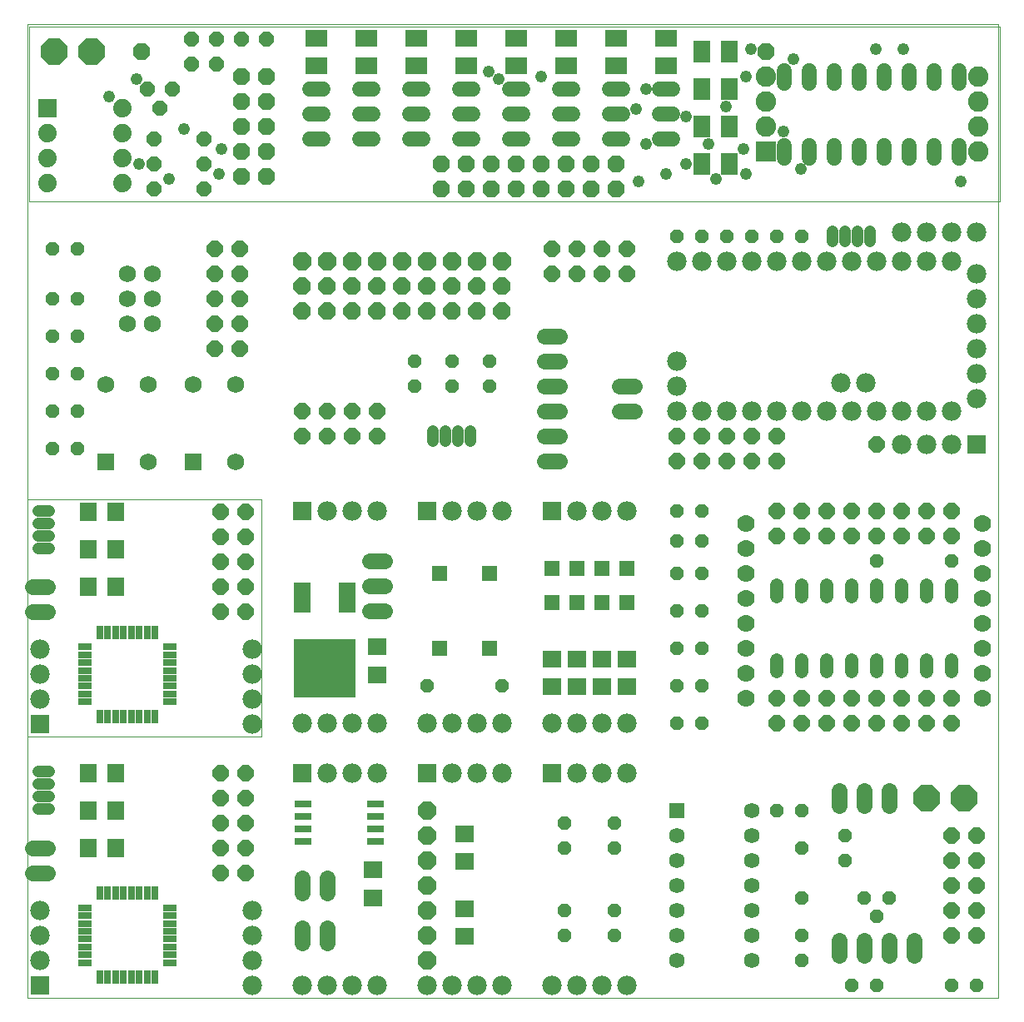
<source format=gts>
G04 This is an RS-274x file exported by *
G04 gerbv version 2.6.1 *
G04 More information is available about gerbv at *
G04 http://gerbv.geda-project.org/ *
G04 --End of header info--*
%MOIN*%
%FSLAX34Y34*%
%IPPOS*%
G04 --Define apertures--*
%ADD10C,0.0000*%
%ADD11R,0.0540X0.0260*%
%ADD12R,0.0260X0.0540*%
%AMMACRO13*
5,1,8,0.000000,0.000000,0.069273,22.500000*
%
%ADD13MACRO13*%
%ADD14C,0.0640*%
%ADD15R,0.0690X0.0690*%
%ADD16C,0.0690*%
%AMMACRO17*
5,1,8,0.000000,0.000000,0.056284,22.500000*
%
%ADD17MACRO17*%
%ADD18R,0.0625X0.0625*%
%ADD19C,0.0625*%
%AMMACRO20*
5,1,8,0.000000,0.000000,0.112569,22.500000*
%
%ADD20MACRO20*%
%ADD21C,0.0780*%
%ADD22R,0.0670X0.0290*%
%ADD23C,0.0680*%
%ADD24R,0.0749X0.0670*%
%AMMACRO25*
5,1,8,0.000000,0.000000,0.080097,22.500000*
%
%ADD25MACRO25*%
%AMMACRO26*
5,1,8,0.000000,0.000000,0.075767,22.500000*
%
%ADD26MACRO26*%
%ADD27C,0.0453*%
%ADD28C,0.0700*%
%ADD29C,0.0520*%
%ADD30R,0.0631X0.0631*%
%ADD31R,0.0670X0.0749*%
%ADD32R,0.0670X0.1221*%
%ADD33R,0.2481X0.2323*%
%ADD34R,0.0750X0.0670*%
%ADD35R,0.0780X0.0780*%
%AMMACRO36*
5,1,8,0.000000,0.000000,0.069273,22.500000*
%
%ADD36MACRO36*%
%ADD37R,0.0740X0.0740*%
%ADD38C,0.0740*%
%AMMACRO39*
5,1,8,0.000000,0.000000,0.064943,22.500000*
%
%ADD39MACRO39*%
%AMMACRO40*
5,1,8,0.000000,0.000000,0.116898,22.500000*
%
%ADD40MACRO40*%
%AMMACRO41*
5,1,8,0.000000,0.000000,0.073603,22.500000*
%
%ADD41MACRO41*%
%ADD42C,0.0820*%
%ADD43R,0.0820X0.0820*%
%ADD44C,0.0600*%
%ADD45R,0.0710X0.0867*%
%ADD46R,0.0867X0.0710*%
%ADD47C,0.0480*%
G04 --Start main section--*
G54D10*
G01X0000535Y0000450D02*
G01X0000535Y0039446D01*
G01X0000535Y0039446D02*
G01X0039405Y0039446D01*
G01X0039405Y0039446D02*
G01X0039405Y0000450D01*
G01X0039405Y0000450D02*
G01X0000535Y0000450D01*
G54D11*
G01X0002845Y0001848D03*
G01X0002845Y0002163D03*
G01X0002845Y0002478D03*
G01X0002845Y0002793D03*
G01X0002845Y0003107D03*
G01X0002845Y0003422D03*
G01X0002845Y0003737D03*
G01X0002845Y0004052D03*
G01X0006225Y0004052D03*
G01X0006225Y0003737D03*
G01X0006225Y0003422D03*
G01X0006225Y0003107D03*
G01X0006225Y0002793D03*
G01X0006225Y0002478D03*
G01X0006225Y0002163D03*
G01X0006225Y0001848D03*
G54D12*
G01X0005637Y0001260D03*
G01X0005322Y0001260D03*
G01X0005008Y0001260D03*
G01X0004693Y0001260D03*
G01X0004378Y0001260D03*
G01X0004063Y0001260D03*
G01X0003748Y0001260D03*
G01X0003433Y0001260D03*
G01X0003433Y0004640D03*
G01X0003748Y0004640D03*
G01X0004063Y0004640D03*
G01X0004378Y0004640D03*
G01X0004693Y0004640D03*
G01X0005008Y0004640D03*
G01X0005322Y0004640D03*
G01X0005637Y0004640D03*
G54D13*
G01X0008285Y0005450D03*
G01X0008285Y0006450D03*
G01X0008285Y0007450D03*
G01X0008285Y0008450D03*
G01X0008285Y0009450D03*
G01X0009285Y0009450D03*
G01X0009285Y0008450D03*
G01X0009285Y0007450D03*
G01X0009285Y0006450D03*
G01X0009285Y0005450D03*
G01X0026535Y0021950D03*
G01X0027535Y0021950D03*
G01X0027535Y0022950D03*
G01X0026535Y0022950D03*
G01X0028535Y0022950D03*
G01X0029535Y0022950D03*
G01X0029535Y0021950D03*
G01X0028535Y0021950D03*
G01X0030535Y0021950D03*
G01X0030535Y0022950D03*
G01X0030535Y0019950D03*
G01X0031535Y0019950D03*
G01X0031535Y0018950D03*
G01X0030535Y0018950D03*
G01X0032535Y0018950D03*
G01X0033535Y0018950D03*
G01X0033535Y0019950D03*
G01X0032535Y0019950D03*
G01X0034535Y0019950D03*
G01X0035535Y0019950D03*
G01X0035535Y0018950D03*
G01X0034535Y0018950D03*
G01X0036535Y0018950D03*
G01X0037535Y0018950D03*
G01X0037535Y0019950D03*
G01X0036535Y0019950D03*
G01X0034535Y0022600D03*
G01X0024535Y0029450D03*
G01X0024535Y0030450D03*
G01X0023535Y0030450D03*
G01X0022535Y0030450D03*
G01X0022535Y0029450D03*
G01X0023535Y0029450D03*
G01X0021535Y0029450D03*
G01X0021535Y0030450D03*
G01X0014535Y0023950D03*
G01X0014535Y0022950D03*
G01X0013535Y0022950D03*
G01X0012535Y0022950D03*
G01X0012535Y0023950D03*
G01X0013535Y0023950D03*
G01X0011535Y0023950D03*
G01X0011535Y0022950D03*
G01X0009035Y0026450D03*
G01X0008035Y0026450D03*
G01X0008035Y0027450D03*
G01X0008035Y0028450D03*
G01X0009035Y0028450D03*
G01X0009035Y0027450D03*
G01X0009035Y0029450D03*
G01X0008035Y0029450D03*
G01X0008035Y0030450D03*
G01X0009035Y0030450D03*
G01X0030535Y0012450D03*
G01X0031535Y0012450D03*
G01X0031535Y0011450D03*
G01X0030535Y0011450D03*
G01X0032535Y0011450D03*
G01X0033535Y0011450D03*
G01X0033535Y0012450D03*
G01X0032535Y0012450D03*
G01X0034535Y0012450D03*
G01X0035535Y0012450D03*
G01X0035535Y0011450D03*
G01X0034535Y0011450D03*
G01X0036535Y0011450D03*
G01X0037535Y0011450D03*
G01X0037535Y0012450D03*
G01X0036535Y0012450D03*
G01X0037535Y0006950D03*
G01X0037535Y0005950D03*
G01X0037535Y0004950D03*
G01X0037535Y0003950D03*
G01X0037535Y0002950D03*
G01X0038535Y0002950D03*
G01X0038535Y0003950D03*
G01X0038535Y0004950D03*
G01X0038535Y0005950D03*
G01X0038535Y0006950D03*
G54D14*
G01X0035035Y0008150D02*
G01X0035035Y0008750D01*
G01X0034035Y0008750D02*
G01X0034035Y0008150D01*
G01X0033035Y0008150D02*
G01X0033035Y0008750D01*
G01X0033035Y0002750D02*
G01X0033035Y0002150D01*
G01X0034035Y0002150D02*
G01X0034035Y0002750D01*
G01X0035035Y0002750D02*
G01X0035035Y0002150D01*
G01X0036035Y0002150D02*
G01X0036035Y0002750D01*
G01X0021835Y0021950D02*
G01X0021235Y0021950D01*
G01X0021235Y0022950D02*
G01X0021835Y0022950D01*
G01X0021835Y0023950D02*
G01X0021235Y0023950D01*
G01X0021235Y0024950D02*
G01X0021835Y0024950D01*
G01X0021835Y0025950D02*
G01X0021235Y0025950D01*
G01X0021235Y0026950D02*
G01X0021835Y0026950D01*
G01X0024235Y0024950D02*
G01X0024835Y0024950D01*
G01X0024835Y0023950D02*
G01X0024235Y0023950D01*
G01X0014835Y0017950D02*
G01X0014235Y0017950D01*
G01X0014235Y0016950D02*
G01X0014835Y0016950D01*
G01X0014835Y0015950D02*
G01X0014235Y0015950D01*
G01X0012535Y0005250D02*
G01X0012535Y0004650D01*
G01X0011535Y0004650D02*
G01X0011535Y0005250D01*
G01X0011535Y0003250D02*
G01X0011535Y0002650D01*
G01X0012535Y0002650D02*
G01X0012535Y0003250D01*
G01X0001335Y0005450D02*
G01X0000735Y0005450D01*
G01X0000735Y0006450D02*
G01X0001335Y0006450D01*
G54D15*
G01X0003685Y0021900D03*
G01X0007185Y0021900D03*
G54D16*
G01X0005385Y0021900D03*
G01X0005385Y0025000D03*
G01X0003685Y0025000D03*
G01X0007185Y0025000D03*
G01X0008885Y0025000D03*
G01X0008885Y0021900D03*
G54D17*
G01X0002535Y0022450D03*
G01X0001535Y0022450D03*
G01X0001535Y0023950D03*
G01X0002535Y0023950D03*
G01X0002535Y0025450D03*
G01X0001535Y0025450D03*
G01X0001535Y0026950D03*
G01X0002535Y0026950D03*
G01X0002535Y0028450D03*
G01X0001535Y0028450D03*
G01X0001535Y0030450D03*
G01X0002535Y0030450D03*
G01X0016035Y0025950D03*
G01X0016035Y0024950D03*
G01X0017535Y0024950D03*
G01X0017535Y0025950D03*
G01X0019035Y0025950D03*
G01X0019035Y0024950D03*
G01X0026535Y0019950D03*
G01X0027535Y0019950D03*
G01X0027535Y0018750D03*
G01X0026535Y0018750D03*
G01X0026535Y0017450D03*
G01X0027535Y0017450D03*
G01X0027535Y0015950D03*
G01X0026535Y0015950D03*
G01X0026535Y0014450D03*
G01X0027535Y0014450D03*
G01X0027535Y0012950D03*
G01X0026535Y0012950D03*
G01X0026535Y0011450D03*
G01X0027535Y0011450D03*
G01X0030535Y0007950D03*
G01X0031535Y0007950D03*
G01X0031535Y0006450D03*
G01X0033285Y0005950D03*
G01X0033285Y0006950D03*
G01X0034035Y0004450D03*
G01X0034535Y0003700D03*
G01X0035035Y0004450D03*
G01X0031535Y0004450D03*
G01X0031535Y0002950D03*
G01X0031535Y0001950D03*
G01X0033535Y0000950D03*
G01X0034535Y0000950D03*
G01X0037535Y0000950D03*
G01X0038535Y0000950D03*
G01X0024035Y0002950D03*
G01X0024035Y0003950D03*
G01X0022035Y0003950D03*
G01X0022035Y0002950D03*
G01X0022035Y0006450D03*
G01X0022035Y0007450D03*
G01X0024035Y0007450D03*
G01X0024035Y0006450D03*
G01X0019535Y0012950D03*
G01X0016535Y0012950D03*
G01X0034535Y0017950D03*
G01X0037535Y0017950D03*
G01X0031535Y0030950D03*
G01X0030535Y0030950D03*
G01X0029535Y0030950D03*
G01X0028535Y0030950D03*
G01X0027535Y0030950D03*
G01X0026535Y0030950D03*
G54D18*
G01X0026535Y0007950D03*
G54D19*
G01X0026535Y0006950D03*
G01X0026535Y0005950D03*
G01X0026535Y0004950D03*
G01X0026535Y0003950D03*
G01X0026535Y0002950D03*
G01X0026535Y0001950D03*
G01X0029535Y0001950D03*
G01X0029535Y0002950D03*
G01X0029535Y0003950D03*
G01X0029535Y0004950D03*
G01X0029535Y0005950D03*
G01X0029535Y0006950D03*
G01X0029535Y0007950D03*
G54D20*
G01X0036535Y0008450D03*
G01X0038035Y0008450D03*
G54D21*
G01X0024535Y0009450D03*
G01X0023535Y0009450D03*
G01X0022535Y0009450D03*
G01X0022535Y0011450D03*
G01X0023535Y0011450D03*
G01X0024535Y0011450D03*
G01X0021535Y0011450D03*
G01X0019535Y0011450D03*
G01X0018535Y0011450D03*
G01X0017535Y0011450D03*
G01X0016535Y0011450D03*
G01X0014535Y0011450D03*
G01X0013535Y0011450D03*
G01X0012535Y0011450D03*
G01X0011535Y0011450D03*
G01X0012535Y0009450D03*
G01X0013535Y0009450D03*
G01X0014535Y0009450D03*
G01X0017535Y0009450D03*
G01X0018535Y0009450D03*
G01X0019535Y0009450D03*
G01X0019535Y0000950D03*
G01X0018535Y0000950D03*
G01X0017535Y0000950D03*
G01X0016535Y0000950D03*
G01X0014535Y0000950D03*
G01X0013535Y0000950D03*
G01X0012535Y0000950D03*
G01X0011535Y0000950D03*
G01X0009535Y0000950D03*
G01X0009535Y0001950D03*
G01X0009535Y0002950D03*
G01X0009535Y0003950D03*
G01X0001035Y0003950D03*
G01X0001035Y0002950D03*
G01X0001035Y0001950D03*
G01X0012535Y0019950D03*
G01X0013535Y0019950D03*
G01X0014535Y0019950D03*
G01X0017535Y0019950D03*
G01X0018535Y0019950D03*
G01X0019535Y0019950D03*
G01X0022535Y0019950D03*
G01X0023535Y0019950D03*
G01X0024535Y0019950D03*
G01X0026535Y0023950D03*
G01X0027535Y0023950D03*
G01X0028535Y0023950D03*
G01X0029535Y0023950D03*
G01X0030535Y0023950D03*
G01X0031535Y0023950D03*
G01X0032535Y0023950D03*
G01X0033535Y0023950D03*
G01X0034535Y0023950D03*
G01X0035535Y0023950D03*
G01X0036535Y0023950D03*
G01X0037535Y0023950D03*
G01X0038535Y0024450D03*
G01X0038535Y0025450D03*
G01X0038535Y0026450D03*
G01X0038535Y0027450D03*
G01X0038535Y0028450D03*
G01X0038535Y0029450D03*
G01X0037535Y0029950D03*
G01X0036535Y0029950D03*
G01X0035535Y0029950D03*
G01X0034535Y0029950D03*
G01X0033535Y0029950D03*
G01X0032535Y0029950D03*
G01X0031535Y0029950D03*
G01X0030535Y0029950D03*
G01X0029535Y0029950D03*
G01X0028535Y0029950D03*
G01X0027535Y0029950D03*
G01X0026535Y0029950D03*
G01X0026535Y0025950D03*
G01X0026535Y0024950D03*
G01X0033098Y0025075D03*
G01X0034098Y0025075D03*
G01X0035535Y0022600D03*
G01X0036535Y0022600D03*
G01X0037535Y0022600D03*
G01X0037535Y0031100D03*
G01X0036535Y0031100D03*
G01X0035535Y0031100D03*
G01X0038535Y0031100D03*
G01X0024535Y0000950D03*
G01X0023535Y0000950D03*
G01X0022535Y0000950D03*
G01X0021535Y0000950D03*
G54D22*
G01X0014485Y0006700D03*
G01X0014485Y0007200D03*
G01X0014485Y0007700D03*
G01X0014485Y0008200D03*
G01X0011585Y0008200D03*
G01X0011585Y0007700D03*
G01X0011585Y0007200D03*
G01X0011585Y0006700D03*
G54D23*
G01X0005535Y0027450D03*
G01X0004535Y0027450D03*
G01X0004535Y0028450D03*
G01X0005535Y0028450D03*
G01X0005535Y0029450D03*
G01X0004535Y0029450D03*
G54D24*
G01X0021535Y0014001D03*
G01X0022535Y0014001D03*
G01X0023535Y0014001D03*
G01X0024535Y0014001D03*
G01X0024535Y0012899D03*
G01X0023535Y0012899D03*
G01X0022535Y0012899D03*
G01X0021535Y0012899D03*
G01X0018035Y0007001D03*
G01X0018035Y0005899D03*
G01X0018035Y0004001D03*
G01X0018035Y0002899D03*
G54D25*
G01X0016535Y0002950D03*
G01X0016535Y0003950D03*
G01X0016535Y0004950D03*
G01X0016535Y0005950D03*
G01X0016535Y0006950D03*
G01X0016535Y0007950D03*
G01X0016535Y0001950D03*
G01X0016535Y0000950D03*
G01X0016535Y0029950D03*
G01X0017535Y0029950D03*
G01X0018535Y0029950D03*
G01X0019535Y0029950D03*
G01X0015535Y0029950D03*
G01X0014535Y0029950D03*
G01X0013535Y0029950D03*
G01X0012535Y0029950D03*
G01X0011535Y0029950D03*
G54D26*
G01X0011535Y0028950D03*
G01X0011535Y0027950D03*
G01X0012535Y0027950D03*
G01X0013535Y0027950D03*
G01X0013535Y0028950D03*
G01X0012535Y0028950D03*
G01X0014535Y0028950D03*
G01X0015535Y0028950D03*
G01X0015535Y0027950D03*
G01X0014535Y0027950D03*
G01X0016535Y0027950D03*
G01X0017535Y0027950D03*
G01X0017535Y0028950D03*
G01X0016535Y0028950D03*
G01X0018535Y0028950D03*
G01X0019535Y0028950D03*
G01X0019535Y0027950D03*
G01X0018535Y0027950D03*
G54D27*
G01X0018285Y0023157D02*
G01X0018285Y0022743D01*
G01X0017785Y0022743D02*
G01X0017785Y0023157D01*
G01X0017285Y0023157D02*
G01X0017285Y0022743D01*
G01X0016785Y0022743D02*
G01X0016785Y0023157D01*
G01X0001392Y0009500D02*
G01X0000978Y0009500D01*
G01X0000978Y0009000D02*
G01X0001392Y0009000D01*
G01X0001392Y0008500D02*
G01X0000978Y0008500D01*
G01X0000978Y0008000D02*
G01X0001392Y0008000D01*
G01X0032785Y0030743D02*
G01X0032785Y0031157D01*
G01X0033285Y0031157D02*
G01X0033285Y0030743D01*
G01X0033785Y0030743D02*
G01X0033785Y0031157D01*
G01X0034285Y0031157D02*
G01X0034285Y0030743D01*
G54D28*
G01X0038759Y0019450D03*
G01X0038759Y0018450D03*
G01X0038759Y0017450D03*
G01X0038759Y0016450D03*
G01X0038759Y0015450D03*
G01X0038759Y0014450D03*
G01X0038759Y0013450D03*
G01X0038759Y0012450D03*
G01X0029311Y0012450D03*
G01X0029311Y0013450D03*
G01X0029311Y0014450D03*
G01X0029311Y0015450D03*
G01X0029311Y0016450D03*
G01X0029311Y0017450D03*
G01X0029311Y0018450D03*
G01X0029311Y0019450D03*
G54D29*
G01X0030535Y0016990D02*
G01X0030535Y0016510D01*
G01X0031535Y0016510D02*
G01X0031535Y0016990D01*
G01X0032535Y0016990D02*
G01X0032535Y0016510D01*
G01X0033535Y0016510D02*
G01X0033535Y0016990D01*
G01X0034535Y0016990D02*
G01X0034535Y0016510D01*
G01X0035535Y0016510D02*
G01X0035535Y0016990D01*
G01X0036535Y0016990D02*
G01X0036535Y0016510D01*
G01X0037535Y0016510D02*
G01X0037535Y0016990D01*
G01X0037535Y0013990D02*
G01X0037535Y0013510D01*
G01X0036535Y0013510D02*
G01X0036535Y0013990D01*
G01X0035535Y0013990D02*
G01X0035535Y0013510D01*
G01X0034535Y0013510D02*
G01X0034535Y0013990D01*
G01X0033535Y0013990D02*
G01X0033535Y0013510D01*
G01X0032535Y0013510D02*
G01X0032535Y0013990D01*
G01X0031535Y0013990D02*
G01X0031535Y0013510D01*
G01X0030535Y0013510D02*
G01X0030535Y0013990D01*
G54D30*
G01X0024535Y0016261D03*
G01X0023535Y0016261D03*
G01X0022535Y0016261D03*
G01X0021535Y0016261D03*
G01X0021535Y0017639D03*
G01X0022535Y0017639D03*
G01X0023535Y0017639D03*
G01X0024535Y0017639D03*
G01X0019035Y0017450D03*
G01X0017035Y0017450D03*
G01X0017035Y0014450D03*
G01X0019035Y0014450D03*
G54D31*
G01X0004086Y0009450D03*
G01X0002984Y0009450D03*
G01X0002984Y0007950D03*
G01X0004086Y0007950D03*
G01X0004086Y0006450D03*
G01X0002984Y0006450D03*
G54D32*
G01X0011535Y0016477D03*
G01X0013335Y0016477D03*
G54D33*
G01X0012435Y0013650D03*
G54D34*
G01X0014535Y0013390D03*
G01X0014535Y0014510D03*
G01X0014385Y0005560D03*
G01X0014385Y0004440D03*
G54D35*
G01X0016535Y0009450D03*
G01X0021535Y0009450D03*
G01X0011535Y0009450D03*
G01X0001035Y0000950D03*
G01X0011535Y0019950D03*
G01X0016535Y0019950D03*
G01X0021535Y0019950D03*
G01X0038535Y0022600D03*
G01X0000000Y0010600D02*
G54D10*
G01X0000535Y0010900D02*
G01X0000535Y0020396D01*
G01X0000535Y0020396D02*
G01X0009905Y0020396D01*
G01X0009905Y0020396D02*
G01X0009905Y0010900D01*
G01X0009905Y0010900D02*
G01X0000535Y0010900D01*
G54D11*
G01X0002845Y0012298D03*
G01X0002845Y0012613D03*
G01X0002845Y0012928D03*
G01X0002845Y0013243D03*
G01X0002845Y0013557D03*
G01X0002845Y0013872D03*
G01X0002845Y0014187D03*
G01X0002845Y0014502D03*
G01X0006225Y0014502D03*
G01X0006225Y0014187D03*
G01X0006225Y0013872D03*
G01X0006225Y0013557D03*
G01X0006225Y0013243D03*
G01X0006225Y0012928D03*
G01X0006225Y0012613D03*
G01X0006225Y0012298D03*
G54D12*
G01X0005637Y0011710D03*
G01X0005322Y0011710D03*
G01X0005008Y0011710D03*
G01X0004693Y0011710D03*
G01X0004378Y0011710D03*
G01X0004063Y0011710D03*
G01X0003748Y0011710D03*
G01X0003433Y0011710D03*
G01X0003433Y0015090D03*
G01X0003748Y0015090D03*
G01X0004063Y0015090D03*
G01X0004378Y0015090D03*
G01X0004693Y0015090D03*
G01X0005008Y0015090D03*
G01X0005322Y0015090D03*
G01X0005637Y0015090D03*
G54D36*
G01X0008285Y0015900D03*
G01X0009285Y0015900D03*
G01X0009285Y0016900D03*
G01X0008285Y0016900D03*
G01X0008285Y0017900D03*
G01X0009285Y0017900D03*
G01X0009285Y0018900D03*
G01X0008285Y0018900D03*
G01X0008285Y0019900D03*
G01X0009285Y0019900D03*
G54D14*
G01X0001335Y0016900D02*
G01X0000735Y0016900D01*
G01X0000735Y0015900D02*
G01X0001335Y0015900D01*
G54D31*
G01X0002984Y0016900D03*
G01X0004086Y0016900D03*
G01X0004086Y0018400D03*
G01X0002984Y0018400D03*
G01X0002984Y0019900D03*
G01X0004086Y0019900D03*
G54D27*
G01X0001392Y0019950D02*
G01X0000978Y0019950D01*
G01X0000978Y0019450D02*
G01X0001392Y0019450D01*
G01X0001392Y0018950D02*
G01X0000978Y0018950D01*
G01X0000978Y0018450D02*
G01X0001392Y0018450D01*
G54D21*
G01X0001035Y0014400D03*
G01X0001035Y0013400D03*
G01X0001035Y0012400D03*
G01X0009535Y0012400D03*
G01X0009535Y0011400D03*
G01X0009535Y0013400D03*
G01X0009535Y0014400D03*
G54D35*
G01X0001035Y0011400D03*
G01X0000500Y0032200D02*
G54D10*
G01X0000600Y0032330D02*
G01X0000600Y0039326D01*
G01X0000600Y0039326D02*
G01X0039470Y0039326D01*
G01X0039470Y0039326D02*
G01X0039470Y0032330D01*
G01X0039470Y0032330D02*
G01X0000600Y0032330D01*
G54D37*
G01X0001350Y0036080D03*
G54D38*
G01X0004350Y0036080D03*
G01X0004350Y0035080D03*
G01X0001350Y0035080D03*
G01X0001350Y0034080D03*
G01X0004350Y0034080D03*
G01X0004350Y0033080D03*
G01X0001350Y0033080D03*
G54D39*
G01X0005600Y0032830D03*
G01X0007600Y0032830D03*
G01X0007600Y0033830D03*
G01X0005600Y0033830D03*
G01X0005600Y0034830D03*
G01X0007600Y0034830D03*
G01X0005850Y0036080D03*
G01X0005350Y0036830D03*
G01X0006350Y0036830D03*
G01X0007100Y0037830D03*
G01X0008100Y0037830D03*
G01X0008100Y0038830D03*
G01X0007100Y0038830D03*
G01X0009100Y0038830D03*
G01X0010100Y0038830D03*
G54D40*
G01X0003100Y0038330D03*
G01X0001600Y0038330D03*
G54D41*
G01X0005100Y0038330D03*
G01X0009100Y0037330D03*
G01X0010100Y0037330D03*
G01X0010100Y0036330D03*
G01X0009100Y0036330D03*
G01X0009100Y0035330D03*
G01X0010100Y0035330D03*
G01X0010100Y0034330D03*
G01X0009100Y0034330D03*
G01X0009100Y0033330D03*
G01X0010100Y0033330D03*
G01X0017100Y0032830D03*
G01X0018100Y0032830D03*
G01X0019100Y0032830D03*
G01X0020100Y0032830D03*
G01X0021100Y0032830D03*
G01X0022100Y0032830D03*
G01X0023100Y0032830D03*
G01X0024100Y0032830D03*
G01X0024100Y0033830D03*
G01X0023100Y0033830D03*
G01X0022100Y0033830D03*
G01X0021100Y0033830D03*
G01X0020100Y0033830D03*
G01X0019100Y0033830D03*
G01X0018100Y0033830D03*
G01X0017100Y0033830D03*
G01X0030100Y0038330D03*
G54D42*
G01X0030100Y0037330D03*
G01X0030100Y0036330D03*
G01X0030100Y0035330D03*
G01X0038600Y0035330D03*
G01X0038600Y0034330D03*
G01X0038600Y0036330D03*
G01X0038600Y0037330D03*
G54D43*
G01X0030100Y0034330D03*
G54D44*
G01X0030850Y0034070D02*
G01X0030850Y0034590D01*
G01X0031850Y0034590D02*
G01X0031850Y0034070D01*
G01X0032850Y0034070D02*
G01X0032850Y0034590D01*
G01X0033850Y0034590D02*
G01X0033850Y0034070D01*
G01X0034850Y0034070D02*
G01X0034850Y0034590D01*
G01X0035850Y0034590D02*
G01X0035850Y0034070D01*
G01X0036850Y0034070D02*
G01X0036850Y0034590D01*
G01X0037850Y0034590D02*
G01X0037850Y0034070D01*
G01X0026360Y0034830D02*
G01X0025840Y0034830D01*
G01X0024360Y0034830D02*
G01X0023840Y0034830D01*
G01X0022360Y0034830D02*
G01X0021840Y0034830D01*
G01X0020360Y0034830D02*
G01X0019840Y0034830D01*
G01X0018360Y0034830D02*
G01X0017840Y0034830D01*
G01X0016360Y0034830D02*
G01X0015840Y0034830D01*
G01X0014360Y0034830D02*
G01X0013840Y0034830D01*
G01X0012360Y0034830D02*
G01X0011840Y0034830D01*
G01X0011840Y0035830D02*
G01X0012360Y0035830D01*
G01X0013840Y0035830D02*
G01X0014360Y0035830D01*
G01X0015840Y0035830D02*
G01X0016360Y0035830D01*
G01X0017840Y0035830D02*
G01X0018360Y0035830D01*
G01X0019840Y0035830D02*
G01X0020360Y0035830D01*
G01X0021840Y0035830D02*
G01X0022360Y0035830D01*
G01X0023840Y0035830D02*
G01X0024360Y0035830D01*
G01X0025840Y0035830D02*
G01X0026360Y0035830D01*
G01X0026360Y0036830D02*
G01X0025840Y0036830D01*
G01X0024360Y0036830D02*
G01X0023840Y0036830D01*
G01X0022360Y0036830D02*
G01X0021840Y0036830D01*
G01X0020360Y0036830D02*
G01X0019840Y0036830D01*
G01X0018360Y0036830D02*
G01X0017840Y0036830D01*
G01X0016360Y0036830D02*
G01X0015840Y0036830D01*
G01X0014360Y0036830D02*
G01X0013840Y0036830D01*
G01X0012360Y0036830D02*
G01X0011840Y0036830D01*
G01X0030850Y0037070D02*
G01X0030850Y0037590D01*
G01X0031850Y0037590D02*
G01X0031850Y0037070D01*
G01X0032850Y0037070D02*
G01X0032850Y0037590D01*
G01X0033850Y0037590D02*
G01X0033850Y0037070D01*
G01X0034850Y0037070D02*
G01X0034850Y0037590D01*
G01X0035850Y0037590D02*
G01X0035850Y0037070D01*
G01X0036850Y0037070D02*
G01X0036850Y0037590D01*
G01X0037850Y0037590D02*
G01X0037850Y0037070D01*
G54D45*
G01X0028651Y0036830D03*
G01X0027549Y0036830D03*
G01X0027549Y0038330D03*
G01X0028651Y0038330D03*
G01X0028651Y0035330D03*
G01X0027549Y0035330D03*
G01X0027549Y0033830D03*
G01X0028651Y0033830D03*
G54D46*
G01X0026100Y0037779D03*
G01X0024100Y0037779D03*
G01X0022100Y0037779D03*
G01X0020100Y0037779D03*
G01X0018100Y0037779D03*
G01X0016100Y0037779D03*
G01X0014100Y0037779D03*
G01X0012100Y0037779D03*
G01X0012100Y0038881D03*
G01X0014100Y0038881D03*
G01X0016100Y0038881D03*
G01X0018100Y0038881D03*
G01X0020100Y0038881D03*
G01X0022100Y0038881D03*
G01X0024100Y0038881D03*
G01X0026100Y0038881D03*
G54D47*
G01X0029500Y0038430D03*
G01X0031200Y0038030D03*
G01X0029300Y0037330D03*
G01X0025300Y0036830D03*
G01X0028500Y0036130D03*
G01X0026900Y0035730D03*
G01X0024900Y0036030D03*
G01X0030800Y0035130D03*
G01X0027800Y0034630D03*
G01X0029200Y0034430D03*
G01X0026900Y0033830D03*
G01X0026100Y0033430D03*
G01X0025000Y0033130D03*
G01X0028100Y0033230D03*
G01X0029300Y0033430D03*
G01X0031500Y0033630D03*
G01X0025300Y0034630D03*
G01X0037900Y0033130D03*
G01X0019400Y0037230D03*
G01X0019000Y0037530D03*
G01X0021100Y0037330D03*
G01X0034500Y0038430D03*
G01X0035600Y0038430D03*
G01X0008300Y0034430D03*
G01X0005000Y0033830D03*
G01X0006200Y0033230D03*
G01X0008200Y0033430D03*
G01X0006800Y0035230D03*
G01X0003800Y0036530D03*
G01X0004900Y0037230D03*
M02*

</source>
